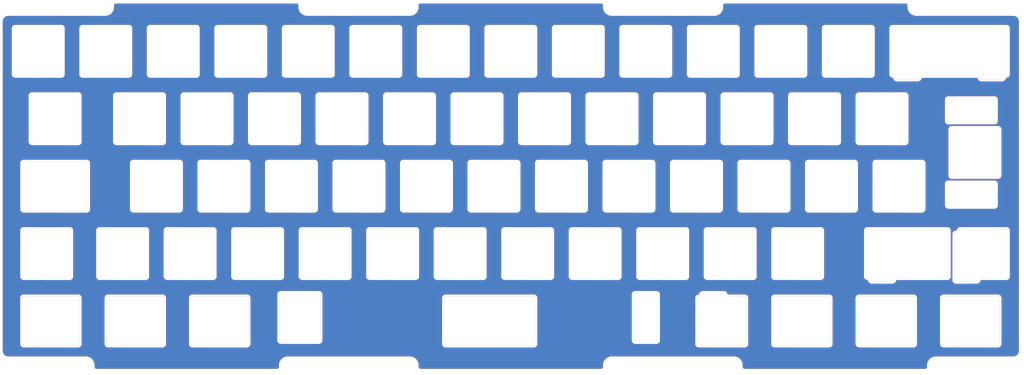
<source format=kicad_pcb>
(kicad_pcb (version 20200518) (host pcbnew "(5.99.0-1913-g40250c427)")
  (layers (0 "F.Cu" signal) (31 "B.Cu" signal) (34 "B.Paste" user) (35 "F.Paste" user) (36 "B.SilkS" user) (37 "F.SilkS" user) (38 "B.Mask" user) (39 "F.Mask" user) (44 "Edge.Cuts" user))
  (net 0 "")
  (module "acheron_MX_PlateSlots:MX100" (layer "F.Cu") (at 263.54425 83.4)
    (fp_text reference "REF**")
    (fp_text value "MX100")
    (fp_arc (start 6.5 6.5) (end 6.5 7) (angle -90) (layer "Edge.Cuts") (width 0.010007))
    (fp_line (start -7 -6.5) (end -7 6.490924) (layer "Edge.Cuts") (width 0.010007))
    (fp_arc (start 6.5 -6.5) (end 7 -6.5) (angle -90) (layer "Edge.Cuts") (width 0.010007))
    (fp_arc (start -6.5 -6.5) (end -6.5 -7) (angle -90) (layer "Edge.Cuts") (width 0.010007))
    (fp_line (start -6.5 6.990924) (end 6.5 7) (layer "Edge.Cuts") (width 0.010007))
    (fp_arc (start -6.5 6.490924) (end -7 6.490924) (angle -90) (layer "Edge.Cuts") (width 0.010007))
    (fp_line (start -6.5 -7) (end 6.5 -7) (layer "Edge.Cuts") (width 0.010007))
    (fp_line (start 7 -6.5) (end 7 6.5) (layer "Edge.Cuts") (width 0.010007))
  )
  (module "acheron_MX_PlateSlots:MX_ISO_Enter" (layer "F.Cu") (at 284.9755 73.875)
    (fp_text reference "REF**")
    (fp_text value "MX_ISO_Enter")
    (fp_line (start 6.499992 6.999672) (end -6.500007 6.999672) (layer "Edge.Cuts") (width 0.010007))
    (fp_arc (start -7.500008 -8.90625) (end -8.000008 -8.90625) (angle -90) (layer "Edge.Cuts") (width 0.010007))
    (fp_arc (start -7.500008 -14.90625) (end -7.500008 -15.40625) (angle -90) (layer "Edge.Cuts") (width 0.010007))
    (fp_arc (start 5.5 -8.90625) (end 5.5 -8.40625) (angle -90) (layer "Edge.Cuts") (width 0.010007))
    (fp_arc (start 5.5 -14.90625) (end 6 -14.90625) (angle -90) (layer "Edge.Cuts") (width 0.010007))
    (fp_arc (start -7.500008 8.90625) (end -7.500008 8.40625) (angle -90) (layer "Edge.Cuts") (width 0.010007))
    (fp_arc (start 5.5 14.90625) (end 5.5 15.40625) (angle -90) (layer "Edge.Cuts") (width 0.010007))
    (fp_arc (start 5.5 8.90625) (end 6 8.90625) (angle -90) (layer "Edge.Cuts") (width 0.010007))
    (fp_line (start 5.499992 15.40625) (end -7.500008 15.40625) (layer "Edge.Cuts") (width 0.010007))
    (fp_line (start 5.499992 8.40625) (end -7.5 8.40625) (layer "Edge.Cuts") (width 0.010007))
    (fp_line (start 5.499992 -8.40625) (end -7.5 -8.40625) (layer "Edge.Cuts") (width 0.010007))
    (fp_line (start 5.499992 -15.40625) (end -7.500008 -15.40625) (layer "Edge.Cuts") (width 0.010007))
    (fp_line (start -8.000008 -14.90625) (end -8.000008 -8.90625) (layer "Edge.Cuts") (width 0.010007))
    (fp_line (start 6 -14.90625) (end 5.999992 -8.90625) (layer "Edge.Cuts") (width 0.010007))
    (fp_arc (start -7.500008 14.90625) (end -8.000008 14.90625) (angle -90) (layer "Edge.Cuts") (width 0.010007))
    (fp_line (start -8.000008 8.90625) (end -8.000008 14.90625) (layer "Edge.Cuts") (width 0.010007))
    (fp_line (start 5.999992 8.90625) (end 5.999992 14.90625) (layer "Edge.Cuts") (width 0.010007))
    (fp_arc (start -6.500007 6.499672) (end -7.000007 6.499672) (angle -90) (layer "Edge.Cuts") (width 0.010007))
    (fp_line (start 7 -6.5) (end 7 6.5) (layer "Edge.Cuts") (width 0.010007))
    (fp_arc (start -6.5 -6.5) (end -6.5 -7) (angle -90) (layer "Edge.Cuts") (width 0.010007))
    (fp_line (start -7 -6.5) (end -7 6.5) (layer "Edge.Cuts") (width 0.010007))
    (fp_arc (start 6.5 -6.5) (end 7 -6.5) (angle -90) (layer "Edge.Cuts") (width 0.010007))
    (fp_arc (start 6.5 6.5) (end 6.5 7) (angle -90) (layer "Edge.Cuts") (width 0.010007))
    (fp_line (start 6.5 -7) (end -6.5 -7) (layer "Edge.Cuts") (width 0.010007))
  )
  (module "acheron_MX_PlateSlots:MX100" (layer "F.Cu") (at 44.46925 102.45)
    (fp_text reference "REF**")
    (fp_text value "MX100")
    (fp_line (start 7 -6.5) (end 7 6.5) (layer "Edge.Cuts") (width 0.010007))
    (fp_line (start -6.5 -7) (end 6.5 -7) (layer "Edge.Cuts") (width 0.010007))
    (fp_arc (start -6.5 6.490924) (end -7 6.490924) (angle -90) (layer "Edge.Cuts") (width 0.010007))
    (fp_line (start -6.5 6.990924) (end 6.5 7) (layer "Edge.Cuts") (width 0.010007))
    (fp_arc (start -6.5 -6.5) (end -6.5 -7) (angle -90) (layer "Edge.Cuts") (width 0.010007))
    (fp_arc (start 6.5 -6.5) (end 7 -6.5) (angle -90) (layer "Edge.Cuts") (width 0.010007))
    (fp_line (start -7 -6.5) (end -7 6.490924) (layer "Edge.Cuts") (width 0.010007))
    (fp_arc (start 6.5 6.5) (end 6.5 7) (angle -90) (layer "Edge.Cuts") (width 0.010007))
  )
  (module "acheron_MX_PlateSlots:MX125" (layer "F.Cu") (at 23.038 102.45)
    (fp_text reference "REF**")
    (fp_text value "MX125")
    (fp_line (start 7 -6.5) (end 7 6.5) (layer "Edge.Cuts") (width 0.010007))
    (fp_line (start -6.5 -7) (end 6.5 -7) (layer "Edge.Cuts") (width 0.010007))
    (fp_arc (start -6.5 6.490924) (end -7 6.490924) (angle -90) (layer "Edge.Cuts") (width 0.010007))
    (fp_line (start -6.5 6.990924) (end 6.5 7) (layer "Edge.Cuts") (width 0.010007))
    (fp_arc (start -6.5 -6.5) (end -6.5 -7) (angle -90) (layer "Edge.Cuts") (width 0.010007))
    (fp_arc (start 6.5 -6.5) (end 7 -6.5) (angle -90) (layer "Edge.Cuts") (width 0.010007))
    (fp_line (start -7 -6.5) (end -7 6.490924) (layer "Edge.Cuts") (width 0.010007))
    (fp_arc (start 6.5 6.5) (end 6.5 7) (angle -90) (layer "Edge.Cuts") (width 0.010007))
  )
  (module "acheron_MX_PlateSlots:MX100" (layer "F.Cu") (at 234.96925 102.45)
    (fp_text reference "REF**")
    (fp_text value "MX100")
    (fp_arc (start 6.5 6.5) (end 6.5 7) (angle -90) (layer "Edge.Cuts") (width 0.010007))
    (fp_line (start -7 -6.5) (end -7 6.490924) (layer "Edge.Cuts") (width 0.010007))
    (fp_arc (start 6.5 -6.5) (end 7 -6.5) (angle -90) (layer "Edge.Cuts") (width 0.010007))
    (fp_arc (start -6.5 -6.5) (end -6.5 -7) (angle -90) (layer "Edge.Cuts") (width 0.010007))
    (fp_line (start -6.5 6.990924) (end 6.5 7) (layer "Edge.Cuts") (width 0.010007))
    (fp_arc (start -6.5 6.490924) (end -7 6.490924) (angle -90) (layer "Edge.Cuts") (width 0.010007))
    (fp_line (start -6.5 -7) (end 6.5 -7) (layer "Edge.Cuts") (width 0.010007))
    (fp_line (start 7 -6.5) (end 7 6.5) (layer "Edge.Cuts") (width 0.010007))
  )
  (module "acheron_MX_PlateSlots:MX100" (layer "F.Cu") (at 215.91925 102.45)
    (fp_text reference "REF**")
    (fp_text value "MX100")
    (fp_line (start 7 -6.5) (end 7 6.5) (layer "Edge.Cuts") (width 0.010007))
    (fp_line (start -6.5 -7) (end 6.5 -7) (layer "Edge.Cuts") (width 0.010007))
    (fp_arc (start -6.5 6.490924) (end -7 6.490924) (angle -90) (layer "Edge.Cuts") (width 0.010007))
    (fp_line (start -6.5 6.990924) (end 6.5 7) (layer "Edge.Cuts") (width 0.010007))
    (fp_arc (start -6.5 -6.5) (end -6.5 -7) (angle -90) (layer "Edge.Cuts") (width 0.010007))
    (fp_arc (start 6.5 -6.5) (end 7 -6.5) (angle -90) (layer "Edge.Cuts") (width 0.010007))
    (fp_line (start -7 -6.5) (end -7 6.490924) (layer "Edge.Cuts") (width 0.010007))
    (fp_arc (start 6.5 6.5) (end 6.5 7) (angle -90) (layer "Edge.Cuts") (width 0.010007))
  )
  (module "acheron_MX_PlateSlots:MX100" (layer "F.Cu") (at 196.86925 102.45)
    (fp_text reference "REF**")
    (fp_text value "MX100")
    (fp_line (start 7 -6.5) (end 7 6.5) (layer "Edge.Cuts") (width 0.010007))
    (fp_line (start -6.5 -7) (end 6.5 -7) (layer "Edge.Cuts") (width 0.010007))
    (fp_arc (start -6.5 6.490924) (end -7 6.490924) (angle -90) (layer "Edge.Cuts") (width 0.010007))
    (fp_line (start -6.5 6.990924) (end 6.5 7) (layer "Edge.Cuts") (width 0.010007))
    (fp_arc (start -6.5 -6.5) (end -6.5 -7) (angle -90) (layer "Edge.Cuts") (width 0.010007))
    (fp_arc (start 6.5 -6.5) (end 7 -6.5) (angle -90) (layer "Edge.Cuts") (width 0.010007))
    (fp_line (start -7 -6.5) (end -7 6.490924) (layer "Edge.Cuts") (width 0.010007))
    (fp_arc (start 6.5 6.5) (end 6.5 7) (angle -90) (layer "Edge.Cuts") (width 0.010007))
  )
  (module "acheron_MX_PlateSlots:MX100" (layer "F.Cu") (at 120.66925 102.45)
    (fp_text reference "REF**")
    (fp_text value "MX100")
    (fp_arc (start 6.5 6.5) (end 6.5 7) (angle -90) (layer "Edge.Cuts") (width 0.010007))
    (fp_line (start -7 -6.5) (end -7 6.490924) (layer "Edge.Cuts") (width 0.010007))
    (fp_arc (start 6.5 -6.5) (end 7 -6.5) (angle -90) (layer "Edge.Cuts") (width 0.010007))
    (fp_arc (start -6.5 -6.5) (end -6.5 -7) (angle -90) (layer "Edge.Cuts") (width 0.010007))
    (fp_line (start -6.5 6.990924) (end 6.5 7) (layer "Edge.Cuts") (width 0.010007))
    (fp_arc (start -6.5 6.490924) (end -7 6.490924) (angle -90) (layer "Edge.Cuts") (width 0.010007))
    (fp_line (start -6.5 -7) (end 6.5 -7) (layer "Edge.Cuts") (width 0.010007))
    (fp_line (start 7 -6.5) (end 7 6.5) (layer "Edge.Cuts") (width 0.010007))
  )
  (module "acheron_MX_PlateSlots:MX100" (layer "F.Cu") (at 82.56925 102.45)
    (fp_text reference "REF**")
    (fp_text value "MX100")
    (fp_line (start 7 -6.5) (end 7 6.5) (layer "Edge.Cuts") (width 0.010007))
    (fp_line (start -6.5 -7) (end 6.5 -7) (layer "Edge.Cuts") (width 0.010007))
    (fp_arc (start -6.5 6.490924) (end -7 6.490924) (angle -90) (layer "Edge.Cuts") (width 0.010007))
    (fp_line (start -6.5 6.990924) (end 6.5 7) (layer "Edge.Cuts") (width 0.010007))
    (fp_arc (start -6.5 -6.5) (end -6.5 -7) (angle -90) (layer "Edge.Cuts") (width 0.010007))
    (fp_arc (start 6.5 -6.5) (end 7 -6.5) (angle -90) (layer "Edge.Cuts") (width 0.010007))
    (fp_line (start -7 -6.5) (end -7 6.490924) (layer "Edge.Cuts") (width 0.010007))
    (fp_arc (start 6.5 6.5) (end 6.5 7) (angle -90) (layer "Edge.Cuts") (width 0.010007))
  )
  (module "acheron_MX_PlateSlots:MX100" (layer "F.Cu") (at 139.71925 102.45)
    (fp_text reference "REF**")
    (fp_text value "MX100")
    (fp_line (start 7 -6.5) (end 7 6.5) (layer "Edge.Cuts") (width 0.010007))
    (fp_line (start -6.5 -7) (end 6.5 -7) (layer "Edge.Cuts") (width 0.010007))
    (fp_arc (start -6.5 6.490924) (end -7 6.490924) (angle -90) (layer "Edge.Cuts") (width 0.010007))
    (fp_line (start -6.5 6.990924) (end 6.5 7) (layer "Edge.Cuts") (width 0.010007))
    (fp_arc (start -6.5 -6.5) (end -6.5 -7) (angle -90) (layer "Edge.Cuts") (width 0.010007))
    (fp_arc (start 6.5 -6.5) (end 7 -6.5) (angle -90) (layer "Edge.Cuts") (width 0.010007))
    (fp_line (start -7 -6.5) (end -7 6.490924) (layer "Edge.Cuts") (width 0.010007))
    (fp_arc (start 6.5 6.5) (end 6.5 7) (angle -90) (layer "Edge.Cuts") (width 0.010007))
  )
  (module "acheron_MX_PlateSlots:MX100" (layer "F.Cu") (at 177.81925 102.45)
    (fp_text reference "REF**")
    (fp_text value "MX100")
    (fp_line (start 7 -6.5) (end 7 6.5) (layer "Edge.Cuts") (width 0.010007))
    (fp_line (start -6.5 -7) (end 6.5 -7) (layer "Edge.Cuts") (width 0.010007))
    (fp_arc (start -6.5 6.490924) (end -7 6.490924) (angle -90) (layer "Edge.Cuts") (width 0.010007))
    (fp_line (start -6.5 6.990924) (end 6.5 7) (layer "Edge.Cuts") (width 0.010007))
    (fp_arc (start -6.5 -6.5) (end -6.5 -7) (angle -90) (layer "Edge.Cuts") (width 0.010007))
    (fp_arc (start 6.5 -6.5) (end 7 -6.5) (angle -90) (layer "Edge.Cuts") (width 0.010007))
    (fp_line (start -7 -6.5) (end -7 6.490924) (layer "Edge.Cuts") (width 0.010007))
    (fp_arc (start 6.5 6.5) (end 6.5 7) (angle -90) (layer "Edge.Cuts") (width 0.010007))
  )
  (module "acheron_MX_PlateSlots:MX100" (layer "F.Cu") (at 158.76925 102.45)
    (fp_text reference "REF**")
    (fp_text value "MX100")
    (fp_arc (start 6.5 6.5) (end 6.5 7) (angle -90) (layer "Edge.Cuts") (width 0.010007))
    (fp_line (start -7 -6.5) (end -7 6.490924) (layer "Edge.Cuts") (width 0.010007))
    (fp_arc (start 6.5 -6.5) (end 7 -6.5) (angle -90) (layer "Edge.Cuts") (width 0.010007))
    (fp_arc (start -6.5 -6.5) (end -6.5 -7) (angle -90) (layer "Edge.Cuts") (width 0.010007))
    (fp_line (start -6.5 6.990924) (end 6.5 7) (layer "Edge.Cuts") (width 0.010007))
    (fp_arc (start -6.5 6.490924) (end -7 6.490924) (angle -90) (layer "Edge.Cuts") (width 0.010007))
    (fp_line (start -6.5 -7) (end 6.5 -7) (layer "Edge.Cuts") (width 0.010007))
    (fp_line (start 7 -6.5) (end 7 6.5) (layer "Edge.Cuts") (width 0.010007))
  )
  (module "acheron_MX_PlateSlots:MX100" (layer "F.Cu") (at 101.61925 102.45)
    (fp_text reference "REF**")
    (fp_text value "MX100")
    (fp_arc (start 6.5 6.5) (end 6.5 7) (angle -90) (layer "Edge.Cuts") (width 0.010007))
    (fp_line (start -7 -6.5) (end -7 6.490924) (layer "Edge.Cuts") (width 0.010007))
    (fp_arc (start 6.5 -6.5) (end 7 -6.5) (angle -90) (layer "Edge.Cuts") (width 0.010007))
    (fp_arc (start -6.5 -6.5) (end -6.5 -7) (angle -90) (layer "Edge.Cuts") (width 0.010007))
    (fp_line (start -6.5 6.990924) (end 6.5 7) (layer "Edge.Cuts") (width 0.010007))
    (fp_arc (start -6.5 6.490924) (end -7 6.490924) (angle -90) (layer "Edge.Cuts") (width 0.010007))
    (fp_line (start -6.5 -7) (end 6.5 -7) (layer "Edge.Cuts") (width 0.010007))
    (fp_line (start 7 -6.5) (end 7 6.5) (layer "Edge.Cuts") (width 0.010007))
  )
  (module "acheron_MX_PlateSlots:MX100" (layer "F.Cu") (at 63.51925 102.45)
    (fp_text reference "REF**")
    (fp_text value "MX100")
    (fp_arc (start 6.5 6.5) (end 6.5 7) (angle -90) (layer "Edge.Cuts") (width 0.010007))
    (fp_line (start -7 -6.5) (end -7 6.490924) (layer "Edge.Cuts") (width 0.010007))
    (fp_arc (start 6.5 -6.5) (end 7 -6.5) (angle -90) (layer "Edge.Cuts") (width 0.010007))
    (fp_arc (start -6.5 -6.5) (end -6.5 -7) (angle -90) (layer "Edge.Cuts") (width 0.010007))
    (fp_line (start -6.5 6.990924) (end 6.5 7) (layer "Edge.Cuts") (width 0.010007))
    (fp_arc (start -6.5 6.490924) (end -7 6.490924) (angle -90) (layer "Edge.Cuts") (width 0.010007))
    (fp_line (start -6.5 -7) (end 6.5 -7) (layer "Edge.Cuts") (width 0.010007))
    (fp_line (start 7 -6.5) (end 7 6.5) (layer "Edge.Cuts") (width 0.010007))
  )
  (module "acheron_MX_PlateSlots:MX100" (layer "F.Cu") (at 149.24425 83.4)
    (fp_text reference "REF**")
    (fp_text value "MX100")
    (fp_line (start 7 -6.5) (end 7 6.5) (layer "Edge.Cuts") (width 0.010007))
    (fp_line (start -6.5 -7) (end 6.5 -7) (layer "Edge.Cuts") (width 0.010007))
    (fp_arc (start -6.5 6.490924) (end -7 6.490924) (angle -90) (layer "Edge.Cuts") (width 0.010007))
    (fp_line (start -6.5 6.990924) (end 6.5 7) (layer "Edge.Cuts") (width 0.010007))
    (fp_arc (start -6.5 -6.5) (end -6.5 -7) (angle -90) (layer "Edge.Cuts") (width 0.010007))
    (fp_arc (start 6.5 -6.5) (end 7 -6.5) (angle -90) (layer "Edge.Cuts") (width 0.010007))
    (fp_line (start -7 -6.5) (end -7 6.490924) (layer "Edge.Cuts") (width 0.010007))
    (fp_arc (start 6.5 6.5) (end 6.5 7) (angle -90) (layer "Edge.Cuts") (width 0.010007))
  )
  (module "acheron_MX_PlateSlots:MX100" (layer "F.Cu") (at 73.04425 83.4)
    (fp_text reference "REF**")
    (fp_text value "MX100")
    (fp_arc (start 6.5 6.5) (end 6.5 7) (angle -90) (layer "Edge.Cuts") (width 0.010007))
    (fp_line (start -7 -6.5) (end -7 6.490924) (layer "Edge.Cuts") (width 0.010007))
    (fp_arc (start 6.5 -6.5) (end 7 -6.5) (angle -90) (layer "Edge.Cuts") (width 0.010007))
    (fp_arc (start -6.5 -6.5) (end -6.5 -7) (angle -90) (layer "Edge.Cuts") (width 0.010007))
    (fp_line (start -6.5 6.990924) (end 6.5 7) (layer "Edge.Cuts") (width 0.010007))
    (fp_arc (start -6.5 6.490924) (end -7 6.490924) (angle -90) (layer "Edge.Cuts") (width 0.010007))
    (fp_line (start -6.5 -7) (end 6.5 -7) (layer "Edge.Cuts") (width 0.010007))
    (fp_line (start 7 -6.5) (end 7 6.5) (layer "Edge.Cuts") (width 0.010007))
  )
  (module "acheron_MX_PlateSlots:MX100" (layer "F.Cu") (at 53.99425 83.4)
    (fp_text reference "REF**")
    (fp_text value "MX100")
    (fp_line (start 7 -6.5) (end 7 6.5) (layer "Edge.Cuts") (width 0.010007))
    (fp_line (start -6.5 -7) (end 6.5 -7) (layer "Edge.Cuts") (width 0.010007))
    (fp_arc (start -6.5 6.490924) (end -7 6.490924) (angle -90) (layer "Edge.Cuts") (width 0.010007))
    (fp_line (start -6.5 6.990924) (end 6.5 7) (layer "Edge.Cuts") (width 0.010007))
    (fp_arc (start -6.5 -6.5) (end -6.5 -7) (angle -90) (layer "Edge.Cuts") (width 0.010007))
    (fp_arc (start 6.5 -6.5) (end 7 -6.5) (angle -90) (layer "Edge.Cuts") (width 0.010007))
    (fp_line (start -7 -6.5) (end -7 6.490924) (layer "Edge.Cuts") (width 0.010007))
    (fp_arc (start 6.5 6.5) (end 6.5 7) (angle -90) (layer "Edge.Cuts") (width 0.010007))
  )
  (module "acheron_MX_PlateSlots:MX100" (layer "F.Cu") (at 130.19425 83.4)
    (fp_text reference "REF**")
    (fp_text value "MX100")
    (fp_arc (start 6.5 6.5) (end 6.5 7) (angle -90) (layer "Edge.Cuts") (width 0.010007))
    (fp_line (start -7 -6.5) (end -7 6.490924) (layer "Edge.Cuts") (width 0.010007))
    (fp_arc (start 6.5 -6.5) (end 7 -6.5) (angle -90) (layer "Edge.Cuts") (width 0.010007))
    (fp_arc (start -6.5 -6.5) (end -6.5 -7) (angle -90) (layer "Edge.Cuts") (width 0.010007))
    (fp_line (start -6.5 6.990924) (end 6.5 7) (layer "Edge.Cuts") (width 0.010007))
    (fp_arc (start -6.5 6.490924) (end -7 6.490924) (angle -90) (layer "Edge.Cuts") (width 0.010007))
    (fp_line (start -6.5 -7) (end 6.5 -7) (layer "Edge.Cuts") (width 0.010007))
    (fp_line (start 7 -6.5) (end 7 6.5) (layer "Edge.Cuts") (width 0.010007))
  )
  (module "acheron_MX_PlateSlots:MX100" (layer "F.Cu") (at 111.14425 83.4)
    (fp_text reference "REF**")
    (fp_text value "MX100")
    (fp_line (start 7 -6.5) (end 7 6.5) (layer "Edge.Cuts") (width 0.010007))
    (fp_line (start -6.5 -7) (end 6.5 -7) (layer "Edge.Cuts") (width 0.010007))
    (fp_arc (start -6.5 6.490924) (end -7 6.490924) (angle -90) (layer "Edge.Cuts") (width 0.010007))
    (fp_line (start -6.5 6.990924) (end 6.5 7) (layer "Edge.Cuts") (width 0.010007))
    (fp_arc (start -6.5 -6.5) (end -6.5 -7) (angle -90) (layer "Edge.Cuts") (width 0.010007))
    (fp_arc (start 6.5 -6.5) (end 7 -6.5) (angle -90) (layer "Edge.Cuts") (width 0.010007))
    (fp_line (start -7 -6.5) (end -7 6.490924) (layer "Edge.Cuts") (width 0.010007))
    (fp_arc (start 6.5 6.5) (end 6.5 7) (angle -90) (layer "Edge.Cuts") (width 0.010007))
  )
  (module "acheron_MX_PlateSlots:MX100" (layer "F.Cu") (at 92.09425 83.4)
    (fp_text reference "REF**")
    (fp_text value "MX100")
    (fp_line (start 7 -6.5) (end 7 6.5) (layer "Edge.Cuts") (width 0.010007))
    (fp_line (start -6.5 -7) (end 6.5 -7) (layer "Edge.Cuts") (width 0.010007))
    (fp_arc (start -6.5 6.490924) (end -7 6.490924) (angle -90) (layer "Edge.Cuts") (width 0.010007))
    (fp_line (start -6.5 6.990924) (end 6.5 7) (layer "Edge.Cuts") (width 0.010007))
    (fp_arc (start -6.5 -6.5) (end -6.5 -7) (angle -90) (layer "Edge.Cuts") (width 0.010007))
    (fp_arc (start 6.5 -6.5) (end 7 -6.5) (angle -90) (layer "Edge.Cuts") (width 0.010007))
    (fp_line (start -7 -6.5) (end -7 6.490924) (layer "Edge.Cuts") (width 0.010007))
    (fp_arc (start 6.5 6.5) (end 6.5 7) (angle -90) (layer "Edge.Cuts") (width 0.010007))
  )
  (module "acheron_MX_PlateSlots:MX100" (layer "F.Cu") (at 225.44425 83.4)
    (fp_text reference "REF**")
    (fp_text value "MX100")
    (fp_arc (start 6.5 6.5) (end 6.5 7) (angle -90) (layer "Edge.Cuts") (width 0.010007))
    (fp_line (start -7 -6.5) (end -7 6.490924) (layer "Edge.Cuts") (width 0.010007))
    (fp_arc (start 6.5 -6.5) (end 7 -6.5) (angle -90) (layer "Edge.Cuts") (width 0.010007))
    (fp_arc (start -6.5 -6.5) (end -6.5 -7) (angle -90) (layer "Edge.Cuts") (width 0.010007))
    (fp_line (start -6.5 6.990924) (end 6.5 7) (layer "Edge.Cuts") (width 0.010007))
    (fp_arc (start -6.5 6.490924) (end -7 6.490924) (angle -90) (layer "Edge.Cuts") (width 0.010007))
    (fp_line (start -6.5 -7) (end 6.5 -7) (layer "Edge.Cuts") (width 0.010007))
    (fp_line (start 7 -6.5) (end 7 6.5) (layer "Edge.Cuts") (width 0.010007))
  )
  (module "acheron_MX_PlateSlots:MX100" (layer "F.Cu") (at 187.34425 83.4)
    (fp_text reference "REF**")
    (fp_text value "MX100")
    (fp_line (start 7 -6.5) (end 7 6.5) (layer "Edge.Cuts") (width 0.010007))
    (fp_line (start -6.5 -7) (end 6.5 -7) (layer "Edge.Cuts") (width 0.010007))
    (fp_arc (start -6.5 6.490924) (end -7 6.490924) (angle -90) (layer "Edge.Cuts") (width 0.010007))
    (fp_line (start -6.5 6.990924) (end 6.5 7) (layer "Edge.Cuts") (width 0.010007))
    (fp_arc (start -6.5 -6.5) (end -6.5 -7) (angle -90) (layer "Edge.Cuts") (width 0.010007))
    (fp_arc (start 6.5 -6.5) (end 7 -6.5) (angle -90) (layer "Edge.Cuts") (width 0.010007))
    (fp_line (start -7 -6.5) (end -7 6.490924) (layer "Edge.Cuts") (width 0.010007))
    (fp_arc (start 6.5 6.5) (end 6.5 7) (angle -90) (layer "Edge.Cuts") (width 0.010007))
  )
  (module "acheron_MX_PlateSlots:MX100" (layer "F.Cu") (at 244.49425 83.4)
    (fp_text reference "REF**")
    (fp_text value "MX100")
    (fp_line (start 7 -6.5) (end 7 6.5) (layer "Edge.Cuts") (width 0.010007))
    (fp_line (start -6.5 -7) (end 6.5 -7) (layer "Edge.Cuts") (width 0.010007))
    (fp_arc (start -6.5 6.490924) (end -7 6.490924) (angle -90) (layer "Edge.Cuts") (width 0.010007))
    (fp_line (start -6.5 6.990924) (end 6.5 7) (layer "Edge.Cuts") (width 0.010007))
    (fp_arc (start -6.5 -6.5) (end -6.5 -7) (angle -90) (layer "Edge.Cuts") (width 0.010007))
    (fp_arc (start 6.5 -6.5) (end 7 -6.5) (angle -90) (layer "Edge.Cuts") (width 0.010007))
    (fp_line (start -7 -6.5) (end -7 6.490924) (layer "Edge.Cuts") (width 0.010007))
    (fp_arc (start 6.5 6.5) (end 6.5 7) (angle -90) (layer "Edge.Cuts") (width 0.010007))
  )
  (module "acheron_MX_PlateSlots:MX100" (layer "F.Cu") (at 206.39425 83.4)
    (fp_text reference "REF**")
    (fp_text value "MX100")
    (fp_arc (start 6.5 6.5) (end 6.5 7) (angle -90) (layer "Edge.Cuts") (width 0.010007))
    (fp_line (start -7 -6.5) (end -7 6.490924) (layer "Edge.Cuts") (width 0.010007))
    (fp_arc (start 6.5 -6.5) (end 7 -6.5) (angle -90) (layer "Edge.Cuts") (width 0.010007))
    (fp_arc (start -6.5 -6.5) (end -6.5 -7) (angle -90) (layer "Edge.Cuts") (width 0.010007))
    (fp_line (start -6.5 6.990924) (end 6.5 7) (layer "Edge.Cuts") (width 0.010007))
    (fp_arc (start -6.5 6.490924) (end -7 6.490924) (angle -90) (layer "Edge.Cuts") (width 0.010007))
    (fp_line (start -6.5 -7) (end 6.5 -7) (layer "Edge.Cuts") (width 0.010007))
    (fp_line (start 7 -6.5) (end 7 6.5) (layer "Edge.Cuts") (width 0.010007))
  )
  (module "acheron_MX_PlateSlots:MX100" (layer "F.Cu") (at 168.29425 83.4)
    (fp_text reference "REF**")
    (fp_text value "MX100")
    (fp_arc (start 6.5 6.5) (end 6.5 7) (angle -90) (layer "Edge.Cuts") (width 0.010007))
    (fp_line (start -7 -6.5) (end -7 6.490924) (layer "Edge.Cuts") (width 0.010007))
    (fp_arc (start 6.5 -6.5) (end 7 -6.5) (angle -90) (layer "Edge.Cuts") (width 0.010007))
    (fp_arc (start -6.5 -6.5) (end -6.5 -7) (angle -90) (layer "Edge.Cuts") (width 0.010007))
    (fp_line (start -6.5 6.990924) (end 6.5 7) (layer "Edge.Cuts") (width 0.010007))
    (fp_arc (start -6.5 6.490924) (end -7 6.490924) (angle -90) (layer "Edge.Cuts") (width 0.010007))
    (fp_line (start -6.5 -7) (end 6.5 -7) (layer "Edge.Cuts") (width 0.010007))
    (fp_line (start 7 -6.5) (end 7 6.5) (layer "Edge.Cuts") (width 0.010007))
  )
  (module "acheron_MX_PlateSlots:MX100" (layer "F.Cu") (at 258.78175 64.35)
    (fp_text reference "REF**")
    (fp_text value "MX100")
    (fp_arc (start 6.5 6.5) (end 6.5 7) (angle -90) (layer "Edge.Cuts") (width 0.010007))
    (fp_line (start -7 -6.5) (end -7 6.490924) (layer "Edge.Cuts") (width 0.010007))
    (fp_arc (start 6.5 -6.5) (end 7 -6.5) (angle -90) (layer "Edge.Cuts") (width 0.010007))
    (fp_arc (start -6.5 -6.5) (end -6.5 -7) (angle -90) (layer "Edge.Cuts") (width 0.010007))
    (fp_line (start -6.5 6.990924) (end 6.5 7) (layer "Edge.Cuts") (width 0.010007))
    (fp_arc (start -6.5 6.490924) (end -7 6.490924) (angle -90) (layer "Edge.Cuts") (width 0.010007))
    (fp_line (start -6.5 -7) (end 6.5 -7) (layer "Edge.Cuts") (width 0.010007))
    (fp_line (start 7 -6.5) (end 7 6.5) (layer "Edge.Cuts") (width 0.010007))
  )
  (module "acheron_MX_PlateSlots:MX100" (layer "F.Cu") (at 106.38175 64.35)
    (fp_text reference "REF**")
    (fp_text value "MX100")
    (fp_arc (start 6.5 6.5) (end 6.5 7) (angle -90) (layer "Edge.Cuts") (width 0.010007))
    (fp_line (start -7 -6.5) (end -7 6.490924) (layer "Edge.Cuts") (width 0.010007))
    (fp_arc (start 6.5 -6.5) (end 7 -6.5) (angle -90) (layer "Edge.Cuts") (width 0.010007))
    (fp_arc (start -6.5 -6.5) (end -6.5 -7) (angle -90) (layer "Edge.Cuts") (width 0.010007))
    (fp_line (start -6.5 6.990924) (end 6.5 7) (layer "Edge.Cuts") (width 0.010007))
    (fp_arc (start -6.5 6.490924) (end -7 6.490924) (angle -90) (layer "Edge.Cuts") (width 0.010007))
    (fp_line (start -6.5 -7) (end 6.5 -7) (layer "Edge.Cuts") (width 0.010007))
    (fp_line (start 7 -6.5) (end 7 6.5) (layer "Edge.Cuts") (width 0.010007))
  )
  (module "acheron_MX_PlateSlots:MX100" (layer "F.Cu") (at 220.68175 64.35)
    (fp_text reference "REF**")
    (fp_text value "MX100")
    (fp_line (start 7 -6.5) (end 7 6.5) (layer "Edge.Cuts") (width 0.010007))
    (fp_line (start -6.5 -7) (end 6.5 -7) (layer "Edge.Cuts") (width 0.010007))
    (fp_arc (start -6.5 6.490924) (end -7 6.490924) (angle -90) (layer "Edge.Cuts") (width 0.010007))
    (fp_line (start -6.5 6.990924) (end 6.5 7) (layer "Edge.Cuts") (width 0.010007))
    (fp_arc (start -6.5 -6.5) (end -6.5 -7) (angle -90) (layer "Edge.Cuts") (width 0.010007))
    (fp_arc (start 6.5 -6.5) (end 7 -6.5) (angle -90) (layer "Edge.Cuts") (width 0.010007))
    (fp_line (start -7 -6.5) (end -7 6.490924) (layer "Edge.Cuts") (width 0.010007))
    (fp_arc (start 6.5 6.5) (end 6.5 7) (angle -90) (layer "Edge.Cuts") (width 0.010007))
  )
  (module "acheron_MX_PlateSlots:MX100" (layer "F.Cu") (at 182.58175 64.35)
    (fp_text reference "REF**")
    (fp_text value "MX100")
    (fp_line (start 7 -6.5) (end 7 6.5) (layer "Edge.Cuts") (width 0.010007))
    (fp_line (start -6.5 -7) (end 6.5 -7) (layer "Edge.Cuts") (width 0.010007))
    (fp_arc (start -6.5 6.490924) (end -7 6.490924) (angle -90) (layer "Edge.Cuts") (width 0.010007))
    (fp_line (start -6.5 6.990924) (end 6.5 7) (layer "Edge.Cuts") (width 0.010007))
    (fp_arc (start -6.5 -6.5) (end -6.5 -7) (angle -90) (layer "Edge.Cuts") (width 0.010007))
    (fp_arc (start 6.5 -6.5) (end 7 -6.5) (angle -90) (layer "Edge.Cuts") (width 0.010007))
    (fp_line (start -7 -6.5) (end -7 6.490924) (layer "Edge.Cuts") (width 0.010007))
    (fp_arc (start 6.5 6.5) (end 6.5 7) (angle -90) (layer "Edge.Cuts") (width 0.010007))
  )
  (module "acheron_MX_PlateSlots:MX100" (layer "F.Cu") (at 125.43175 64.35)
    (fp_text reference "REF**")
    (fp_text value "MX100")
    (fp_line (start 7 -6.5) (end 7 6.5) (layer "Edge.Cuts") (width 0.010007))
    (fp_line (start -6.5 -7) (end 6.5 -7) (layer "Edge.Cuts") (width 0.010007))
    (fp_arc (start -6.5 6.490924) (end -7 6.490924) (angle -90) (layer "Edge.Cuts") (width 0.010007))
    (fp_line (start -6.5 6.990924) (end 6.5 7) (layer "Edge.Cuts") (width 0.010007))
    (fp_arc (start -6.5 -6.5) (end -6.5 -7) (angle -90) (layer "Edge.Cuts") (width 0.010007))
    (fp_arc (start 6.5 -6.5) (end 7 -6.5) (angle -90) (layer "Edge.Cuts") (width 0.010007))
    (fp_line (start -7 -6.5) (end -7 6.490924) (layer "Edge.Cuts") (width 0.010007))
    (fp_arc (start 6.5 6.5) (end 6.5 7) (angle -90) (layer "Edge.Cuts") (width 0.010007))
  )
  (module "acheron_MX_PlateSlots:MX100" (layer "F.Cu") (at 68.28175 64.35)
    (fp_text reference "REF**")
    (fp_text value "MX100")
    (fp_line (start 7 -6.5) (end 7 6.5) (layer "Edge.Cuts") (width 0.010007))
    (fp_line (start -6.5 -7) (end 6.5 -7) (layer "Edge.Cuts") (width 0.010007))
    (fp_arc (start -6.5 6.490924) (end -7 6.490924) (angle -90) (layer "Edge.Cuts") (width 0.010007))
    (fp_line (start -6.5 6.990924) (end 6.5 7) (layer "Edge.Cuts") (width 0.010007))
    (fp_arc (start -6.5 -6.5) (end -6.5 -7) (angle -90) (layer "Edge.Cuts") (width 0.010007))
    (fp_arc (start 6.5 -6.5) (end 7 -6.5) (angle -90) (layer "Edge.Cuts") (width 0.010007))
    (fp_line (start -7 -6.5) (end -7 6.490924) (layer "Edge.Cuts") (width 0.010007))
    (fp_arc (start 6.5 6.5) (end 6.5 7) (angle -90) (layer "Edge.Cuts") (width 0.010007))
  )
  (module "acheron_MX_PlateSlots:MX100" (layer "F.Cu") (at 201.63175 64.35)
    (fp_text reference "REF**")
    (fp_text value "MX100")
    (fp_arc (start 6.5 6.5) (end 6.5 7) (angle -90) (layer "Edge.Cuts") (width 0.010007))
    (fp_line (start -7 -6.5) (end -7 6.490924) (layer "Edge.Cuts") (width 0.010007))
    (fp_arc (start 6.5 -6.5) (end 7 -6.5) (angle -90) (layer "Edge.Cuts") (width 0.010007))
    (fp_arc (start -6.5 -6.5) (end -6.5 -7) (angle -90) (layer "Edge.Cuts") (width 0.010007))
    (fp_line (start -6.5 6.990924) (end 6.5 7) (layer "Edge.Cuts") (width 0.010007))
    (fp_arc (start -6.5 6.490924) (end -7 6.490924) (angle -90) (layer "Edge.Cuts") (width 0.010007))
    (fp_line (start -6.5 -7) (end 6.5 -7) (layer "Edge.Cuts") (width 0.010007))
    (fp_line (start 7 -6.5) (end 7 6.5) (layer "Edge.Cuts") (width 0.010007))
  )
  (module "acheron_MX_PlateSlots:MX100" (layer "F.Cu") (at 163.53175 64.35)
    (fp_text reference "REF**")
    (fp_text value "MX100")
    (fp_arc (start 6.5 6.5) (end 6.5 7) (angle -90) (layer "Edge.Cuts") (width 0.010007))
    (fp_line (start -7 -6.5) (end -7 6.490924) (layer "Edge.Cuts") (width 0.010007))
    (fp_arc (start 6.5 -6.5) (end 7 -6.5) (angle -90) (layer "Edge.Cuts") (width 0.010007))
    (fp_arc (start -6.5 -6.5) (end -6.5 -7) (angle -90) (layer "Edge.Cuts") (width 0.010007))
    (fp_line (start -6.5 6.990924) (end 6.5 7) (layer "Edge.Cuts") (width 0.010007))
    (fp_arc (start -6.5 6.490924) (end -7 6.490924) (angle -90) (layer "Edge.Cuts") (width 0.010007))
    (fp_line (start -6.5 -7) (end 6.5 -7) (layer "Edge.Cuts") (width 0.010007))
    (fp_line (start 7 -6.5) (end 7 6.5) (layer "Edge.Cuts") (width 0.010007))
  )
  (module "acheron_MX_PlateSlots:MX100" (layer "F.Cu") (at 144.48175 64.35)
    (fp_text reference "REF**")
    (fp_text value "MX100")
    (fp_arc (start 6.5 6.5) (end 6.5 7) (angle -90) (layer "Edge.Cuts") (width 0.010007))
    (fp_line (start -7 -6.5) (end -7 6.490924) (layer "Edge.Cuts") (width 0.010007))
    (fp_arc (start 6.5 -6.5) (end 7 -6.5) (angle -90) (layer "Edge.Cuts") (width 0.010007))
    (fp_arc (start -6.5 -6.5) (end -6.5 -7) (angle -90) (layer "Edge.Cuts") (width 0.010007))
    (fp_line (start -6.5 6.990924) (end 6.5 7) (layer "Edge.Cuts") (width 0.010007))
    (fp_arc (start -6.5 6.490924) (end -7 6.490924) (angle -90) (layer "Edge.Cuts") (width 0.010007))
    (fp_line (start -6.5 -7) (end 6.5 -7) (layer "Edge.Cuts") (width 0.010007))
    (fp_line (start 7 -6.5) (end 7 6.5) (layer "Edge.Cuts") (width 0.010007))
  )
  (module "acheron_MX_PlateSlots:MX100" (layer "F.Cu") (at 49.23175 64.35)
    (fp_text reference "REF**")
    (fp_text value "MX100")
    (fp_arc (start 6.5 6.5) (end 6.5 7) (angle -90) (layer "Edge.Cuts") (width 0.010007))
    (fp_line (start -7 -6.5) (end -7 6.490924) (layer "Edge.Cuts") (width 0.010007))
    (fp_arc (start 6.5 -6.5) (end 7 -6.5) (angle -90) (layer "Edge.Cuts") (width 0.010007))
    (fp_arc (start -6.5 -6.5) (end -6.5 -7) (angle -90) (layer "Edge.Cuts") (width 0.010007))
    (fp_line (start -6.5 6.990924) (end 6.5 7) (layer "Edge.Cuts") (width 0.010007))
    (fp_arc (start -6.5 6.490924) (end -7 6.490924) (angle -90) (layer "Edge.Cuts") (width 0.010007))
    (fp_line (start -6.5 -7) (end 6.5 -7) (layer "Edge.Cuts") (width 0.010007))
    (fp_line (start 7 -6.5) (end 7 6.5) (layer "Edge.Cuts") (width 0.010007))
  )
  (module "acheron_MX_PlateSlots:MX100" (layer "F.Cu") (at 239.73175 64.35)
    (fp_text reference "REF**")
    (fp_text value "MX100")
    (fp_line (start 7 -6.5) (end 7 6.5) (layer "Edge.Cuts") (width 0.010007))
    (fp_line (start -6.5 -7) (end 6.5 -7) (layer "Edge.Cuts") (width 0.010007))
    (fp_arc (start -6.5 6.490924) (end -7 6.490924) (angle -90) (layer "Edge.Cuts") (width 0.010007))
    (fp_line (start -6.5 6.990924) (end 6.5 7) (layer "Edge.Cuts") (width 0.010007))
    (fp_arc (start -6.5 -6.5) (end -6.5 -7) (angle -90) (layer "Edge.Cuts") (width 0.010007))
    (fp_arc (start 6.5 -6.5) (end 7 -6.5) (angle -90) (layer "Edge.Cuts") (width 0.010007))
    (fp_line (start -7 -6.5) (end -7 6.490924) (layer "Edge.Cuts") (width 0.010007))
    (fp_arc (start 6.5 6.5) (end 6.5 7) (angle -90) (layer "Edge.Cuts") (width 0.010007))
  )
  (module "acheron_MX_PlateSlots:MX100" (layer "F.Cu") (at 87.33175 64.35)
    (fp_text reference "REF**")
    (fp_text value "MX100")
    (fp_line (start 7 -6.5) (end 7 6.5) (layer "Edge.Cuts") (width 0.010007))
    (fp_line (start -6.5 -7) (end 6.5 -7) (layer "Edge.Cuts") (width 0.010007))
    (fp_arc (start -6.5 6.490924) (end -7 6.490924) (angle -90) (layer "Edge.Cuts") (width 0.010007))
    (fp_line (start -6.5 6.990924) (end 6.5 7) (layer "Edge.Cuts") (width 0.010007))
    (fp_arc (start -6.5 -6.5) (end -6.5 -7) (angle -90) (layer "Edge.Cuts") (width 0.010007))
    (fp_arc (start 6.5 -6.5) (end 7 -6.5) (angle -90) (layer "Edge.Cuts") (width 0.010007))
    (fp_line (start -7 -6.5) (end -7 6.490924) (layer "Edge.Cuts") (width 0.010007))
    (fp_arc (start 6.5 6.5) (end 6.5 7) (angle -90) (layer "Edge.Cuts") (width 0.010007))
  )
  (module "acheron_MX_PlateSlots:MX150" (layer "F.Cu") (at 25.41925 64.35)
    (fp_text reference "REF**")
    (fp_text value "MX150")
    (fp_line (start 7 -6.5) (end 7 6.5) (layer "Edge.Cuts") (width 0.010007))
    (fp_line (start -6.5 -7) (end 6.5 -7) (layer "Edge.Cuts") (width 0.010007))
    (fp_arc (start -6.5 6.490924) (end -7 6.490924) (angle -90) (layer "Edge.Cuts") (width 0.010007))
    (fp_line (start -6.5 6.990924) (end 6.5 7) (layer "Edge.Cuts") (width 0.010007))
    (fp_arc (start -6.5 -6.5) (end -6.5 -7) (angle -90) (layer "Edge.Cuts") (width 0.010007))
    (fp_arc (start 6.5 -6.5) (end 7 -6.5) (angle -90) (layer "Edge.Cuts") (width 0.010007))
    (fp_line (start -7 -6.5) (end -7 6.490924) (layer "Edge.Cuts") (width 0.010007))
    (fp_arc (start 6.5 6.5) (end 6.5 7) (angle -90) (layer "Edge.Cuts") (width 0.010007))
  )
  (module "acheron_MX_PlateSlots:MX100" (layer "F.Cu") (at 249.25675 45.3)
    (fp_text reference "REF**")
    (fp_text value "MX100")
    (fp_arc (start 6.5 6.5) (end 6.5 7) (angle -90) (layer "Edge.Cuts") (width 0.010007))
    (fp_line (start -7 -6.5) (end -7 6.490924) (layer "Edge.Cuts") (width 0.010007))
    (fp_arc (start 6.5 -6.5) (end 7 -6.5) (angle -90) (layer "Edge.Cuts") (width 0.010007))
    (fp_arc (start -6.5 -6.5) (end -6.5 -7) (angle -90) (layer "Edge.Cuts") (width 0.010007))
    (fp_line (start -6.5 6.990924) (end 6.5 7) (layer "Edge.Cuts") (width 0.010007))
    (fp_arc (start -6.5 6.490924) (end -7 6.490924) (angle -90) (layer "Edge.Cuts") (width 0.010007))
    (fp_line (start -6.5 -7) (end 6.5 -7) (layer "Edge.Cuts") (width 0.010007))
    (fp_line (start 7 -6.5) (end 7 6.5) (layer "Edge.Cuts") (width 0.010007))
  )
  (module "acheron_MX_PlateSlots:MX100" (layer "F.Cu") (at 230.20675 45.3)
    (fp_text reference "REF**")
    (fp_text value "MX100")
    (fp_line (start 7 -6.5) (end 7 6.5) (layer "Edge.Cuts") (width 0.010007))
    (fp_line (start -6.5 -7) (end 6.5 -7) (layer "Edge.Cuts") (width 0.010007))
    (fp_arc (start -6.5 6.490924) (end -7 6.490924) (angle -90) (layer "Edge.Cuts") (width 0.010007))
    (fp_line (start -6.5 6.990924) (end 6.5 7) (layer "Edge.Cuts") (width 0.010007))
    (fp_arc (start -6.5 -6.5) (end -6.5 -7) (angle -90) (layer "Edge.Cuts") (width 0.010007))
    (fp_arc (start 6.5 -6.5) (end 7 -6.5) (angle -90) (layer "Edge.Cuts") (width 0.010007))
    (fp_line (start -7 -6.5) (end -7 6.490924) (layer "Edge.Cuts") (width 0.010007))
    (fp_arc (start 6.5 6.5) (end 6.5 7) (angle -90) (layer "Edge.Cuts") (width 0.010007))
  )
  (module "acheron_MX_PlateSlots:MX100" (layer "F.Cu") (at 173.05675 45.3)
    (fp_text reference "REF**")
    (fp_text value "MX100")
    (fp_line (start 7 -6.5) (end 7 6.5) (layer "Edge.Cuts") (width 0.010007))
    (fp_line (start -6.5 -7) (end 6.5 -7) (layer "Edge.Cuts") (width 0.010007))
    (fp_arc (start -6.5 6.490924) (end -7 6.490924) (angle -90) (layer "Edge.Cuts") (width 0.010007))
    (fp_line (start -6.5 6.990924) (end 6.5 7) (layer "Edge.Cuts") (width 0.010007))
    (fp_arc (start -6.5 -6.5) (end -6.5 -7) (angle -90) (layer "Edge.Cuts") (width 0.010007))
    (fp_arc (start 6.5 -6.5) (end 7 -6.5) (angle -90) (layer "Edge.Cuts") (width 0.010007))
    (fp_line (start -7 -6.5) (end -7 6.490924) (layer "Edge.Cuts") (width 0.010007))
    (fp_arc (start 6.5 6.5) (end 6.5 7) (angle -90) (layer "Edge.Cuts") (width 0.010007))
  )
  (module "acheron_MX_PlateSlots:MX100" (layer "F.Cu") (at 211.15675 45.3)
    (fp_text reference "REF**")
    (fp_text value "MX100")
    (fp_arc (start 6.5 6.5) (end 6.5 7) (angle -90) (layer "Edge.Cuts") (width 0.010007))
    (fp_line (start -7 -6.5) (end -7 6.490924) (layer "Edge.Cuts") (width 0.010007))
    (fp_arc (start 6.5 -6.5) (end 7 -6.5) (angle -90) (layer "Edge.Cuts") (width 0.010007))
    (fp_arc (start -6.5 -6.5) (end -6.5 -7) (angle -90) (layer "Edge.Cuts") (width 0.010007))
    (fp_line (start -6.5 6.990924) (end 6.5 7) (layer "Edge.Cuts") (width 0.010007))
    (fp_arc (start -6.5 6.490924) (end -7 6.490924) (angle -90) (layer "Edge.Cuts") (width 0.010007))
    (fp_line (start -6.5 -7) (end 6.5 -7) (layer "Edge.Cuts") (width 0.010007))
    (fp_line (start 7 -6.5) (end 7 6.5) (layer "Edge.Cuts") (width 0.010007))
  )
  (module "acheron_MX_PlateSlots:MX100" (layer "F.Cu") (at 192.10675 45.3)
    (fp_text reference "REF**")
    (fp_text value "MX100")
    (fp_arc (start 6.5 6.5) (end 6.5 7) (angle -90) (layer "Edge.Cuts") (width 0.010007))
    (fp_line (start -7 -6.5) (end -7 6.490924) (layer "Edge.Cuts") (width 0.010007))
    (fp_arc (start 6.5 -6.5) (end 7 -6.5) (angle -90) (layer "Edge.Cuts") (width 0.010007))
    (fp_arc (start -6.5 -6.5) (end -6.5 -7) (angle -90) (layer "Edge.Cuts") (width 0.010007))
    (fp_line (start -6.5 6.990924) (end 6.5 7) (layer "Edge.Cuts") (width 0.010007))
    (fp_arc (start -6.5 6.490924) (end -7 6.490924) (angle -90) (layer "Edge.Cuts") (width 0.010007))
    (fp_line (start -6.5 -7) (end 6.5 -7) (layer "Edge.Cuts") (width 0.010007))
    (fp_line (start 7 -6.5) (end 7 6.5) (layer "Edge.Cuts") (width 0.010007))
  )
  (module "acheron_MX_PlateSlots:MX100" (layer "F.Cu") (at 154.00675 45.3)
    (fp_text reference "REF**")
    (fp_text value "MX100")
    (fp_arc (start 6.5 6.5) (end 6.5 7) (angle -90) (layer "Edge.Cuts") (width 0.010007))
    (fp_line (start -7 -6.5) (end -7 6.490924) (layer "Edge.Cuts") (width 0.010007))
    (fp_arc (start 6.5 -6.5) (end 7 -6.5) (angle -90) (layer "Edge.Cuts") (width 0.010007))
    (fp_arc (start -6.5 -6.5) (end -6.5 -7) (angle -90) (layer "Edge.Cuts") (width 0.010007))
    (fp_line (start -6.5 6.990924) (end 6.5 7) (layer "Edge.Cuts") (width 0.010007))
    (fp_arc (start -6.5 6.490924) (end -7 6.490924) (angle -90) (layer "Edge.Cuts") (width 0.010007))
    (fp_line (start -6.5 -7) (end 6.5 -7) (layer "Edge.Cuts") (width 0.010007))
    (fp_line (start 7 -6.5) (end 7 6.5) (layer "Edge.Cuts") (width 0.010007))
  )
  (module "acheron_MX_PlateSlots:MX100" (layer "F.Cu") (at 115.90675 45.3)
    (fp_text reference "REF**")
    (fp_text value "MX100")
    (fp_line (start 7 -6.5) (end 7 6.5) (layer "Edge.Cuts") (width 0.010007))
    (fp_line (start -6.5 -7) (end 6.5 -7) (layer "Edge.Cuts") (width 0.010007))
    (fp_arc (start -6.5 6.490924) (end -7 6.490924) (angle -90) (layer "Edge.Cuts") (width 0.010007))
    (fp_line (start -6.5 6.990924) (end 6.5 7) (layer "Edge.Cuts") (width 0.010007))
    (fp_arc (start -6.5 -6.5) (end -6.5 -7) (angle -90) (layer "Edge.Cuts") (width 0.010007))
    (fp_arc (start 6.5 -6.5) (end 7 -6.5) (angle -90) (layer "Edge.Cuts") (width 0.010007))
    (fp_line (start -7 -6.5) (end -7 6.490924) (layer "Edge.Cuts") (width 0.010007))
    (fp_arc (start 6.5 6.5) (end 6.5 7) (angle -90) (layer "Edge.Cuts") (width 0.010007))
  )
  (module "acheron_MX_PlateSlots:MX100" (layer "F.Cu") (at 96.85675 45.3)
    (fp_text reference "REF**")
    (fp_text value "MX100")
    (fp_arc (start 6.5 6.5) (end 6.5 7) (angle -90) (layer "Edge.Cuts") (width 0.010007))
    (fp_line (start -7 -6.5) (end -7 6.490924) (layer "Edge.Cuts") (width 0.010007))
    (fp_arc (start 6.5 -6.5) (end 7 -6.5) (angle -90) (layer "Edge.Cuts") (width 0.010007))
    (fp_arc (start -6.5 -6.5) (end -6.5 -7) (angle -90) (layer "Edge.Cuts") (width 0.010007))
    (fp_line (start -6.5 6.990924) (end 6.5 7) (layer "Edge.Cuts") (width 0.010007))
    (fp_arc (start -6.5 6.490924) (end -7 6.490924) (angle -90) (layer "Edge.Cuts") (width 0.010007))
    (fp_line (start -6.5 -7) (end 6.5 -7) (layer "Edge.Cuts") (width 0.010007))
    (fp_line (start 7 -6.5) (end 7 6.5) (layer "Edge.Cuts") (width 0.010007))
  )
  (module "acheron_MX_PlateSlots:MX100" (layer "F.Cu") (at 134.95675 45.3)
    (fp_text reference "REF**")
    (fp_text value "MX100")
    (fp_line (start 7 -6.5) (end 7 6.5) (layer "Edge.Cuts") (width 0.010007))
    (fp_line (start -6.5 -7) (end 6.5 -7) (layer "Edge.Cuts") (width 0.010007))
    (fp_arc (start -6.5 6.490924) (end -7 6.490924) (angle -90) (layer "Edge.Cuts") (width 0.010007))
    (fp_line (start -6.5 6.990924) (end 6.5 7) (layer "Edge.Cuts") (width 0.010007))
    (fp_arc (start -6.5 -6.5) (end -6.5 -7) (angle -90) (layer "Edge.Cuts") (width 0.010007))
    (fp_arc (start 6.5 -6.5) (end 7 -6.5) (angle -90) (layer "Edge.Cuts") (width 0.010007))
    (fp_line (start -7 -6.5) (end -7 6.490924) (layer "Edge.Cuts") (width 0.010007))
    (fp_arc (start 6.5 6.5) (end 6.5 7) (angle -90) (layer "Edge.Cuts") (width 0.010007))
  )
  (module "acheron_MX_PlateSlots:MX100" (layer "F.Cu") (at 77.80675 45.3)
    (fp_text reference "REF**")
    (fp_text value "MX100")
    (fp_line (start 7 -6.5) (end 7 6.5) (layer "Edge.Cuts") (width 0.010007))
    (fp_line (start -6.5 -7) (end 6.5 -7) (layer "Edge.Cuts") (width 0.010007))
    (fp_arc (start -6.5 6.490924) (end -7 6.490924) (angle -90) (layer "Edge.Cuts") (width 0.010007))
    (fp_line (start -6.5 6.990924) (end 6.5 7) (layer "Edge.Cuts") (width 0.010007))
    (fp_arc (start -6.5 -6.5) (end -6.5 -7) (angle -90) (layer "Edge.Cuts") (width 0.010007))
    (fp_arc (start 6.5 -6.5) (end 7 -6.5) (angle -90) (layer "Edge.Cuts") (width 0.010007))
    (fp_line (start -7 -6.5) (end -7 6.490924) (layer "Edge.Cuts") (width 0.010007))
    (fp_arc (start 6.5 6.5) (end 6.5 7) (angle -90) (layer "Edge.Cuts") (width 0.010007))
  )
  (module "acheron_MX_PlateSlots:MX100" (layer "F.Cu") (at 58.75675 45.3)
    (fp_text reference "REF**")
    (fp_text value "MX100")
    (fp_arc (start 6.5 6.5) (end 6.5 7) (angle -90) (layer "Edge.Cuts") (width 0.010007))
    (fp_line (start -7 -6.5) (end -7 6.490924) (layer "Edge.Cuts") (width 0.010007))
    (fp_arc (start 6.5 -6.5) (end 7 -6.5) (angle -90) (layer "Edge.Cuts") (width 0.010007))
    (fp_arc (start -6.5 -6.5) (end -6.5 -7) (angle -90) (layer "Edge.Cuts") (width 0.010007))
    (fp_line (start -6.5 6.990924) (end 6.5 7) (layer "Edge.Cuts") (width 0.010007))
    (fp_arc (start -6.5 6.490924) (end -7 6.490924) (angle -90) (layer "Edge.Cuts") (width 0.010007))
    (fp_line (start -6.5 -7) (end 6.5 -7) (layer "Edge.Cuts") (width 0.010007))
    (fp_line (start 7 -6.5) (end 7 6.5) (layer "Edge.Cuts") (width 0.010007))
  )
  (module "acheron_MX_PlateSlots:MX100" (layer "F.Cu") (at 39.70675 45.3)
    (fp_text reference "REF**")
    (fp_text value "MX100")
    (fp_arc (start 6.5 6.5) (end 6.5 7) (angle -90) (layer "Edge.Cuts") (width 0.010007))
    (fp_line (start -7 -6.5) (end -7 6.490924) (layer "Edge.Cuts") (width 0.010007))
    (fp_arc (start 6.5 -6.5) (end 7 -6.5) (angle -90) (layer "Edge.Cuts") (width 0.010007))
    (fp_arc (start -6.5 -6.5) (end -6.5 -7) (angle -90) (layer "Edge.Cuts") (width 0.010007))
    (fp_line (start -6.5 6.990924) (end 6.5 7) (layer "Edge.Cuts") (width 0.010007))
    (fp_arc (start -6.5 6.490924) (end -7 6.490924) (angle -90) (layer "Edge.Cuts") (width 0.010007))
    (fp_line (start -6.5 -7) (end 6.5 -7) (layer "Edge.Cuts") (width 0.010007))
    (fp_line (start 7 -6.5) (end 7 6.5) (layer "Edge.Cuts") (width 0.010007))
  )
  (module "acheron_MX_PlateSlots:MX100" (layer "F.Cu") (at 20.65675 45.3)
    (fp_text reference "REF**")
    (fp_text value "MX100")
    (fp_line (start 7 -6.5) (end 7 6.5) (layer "Edge.Cuts") (width 0.010007))
    (fp_line (start -6.5 -7) (end 6.5 -7) (layer "Edge.Cuts") (width 0.010007))
    (fp_arc (start -6.5 6.490924) (end -7 6.490924) (angle -90) (layer "Edge.Cuts") (width 0.010007))
    (fp_line (start -6.5 6.990924) (end 6.5 7) (layer "Edge.Cuts") (width 0.010007))
    (fp_arc (start -6.5 -6.5) (end -6.5 -7) (angle -90) (layer "Edge.Cuts") (width 0.010007))
    (fp_arc (start 6.5 -6.5) (end 7 -6.5) (angle -90) (layer "Edge.Cuts") (width 0.010007))
    (fp_line (start -7 -6.5) (end -7 6.490924) (layer "Edge.Cuts") (width 0.010007))
    (fp_arc (start 6.5 6.5) (end 6.5 7) (angle -90) (layer "Edge.Cuts") (width 0.010007))
  )
  (gr_line (start 214.65675 113.999546) (end 214.65675 114.499546) (layer "Edge.Cuts") (width 0.05))
  (gr_line (start 220.038 114.5) (end 214.65675 114.499546) (layer "Edge.Cuts") (width 0.05))
  (gr_line (start 220.538 128) (end 220.538 115) (layer "Edge.Cuts") (width 0.05))
  (gr_line (start 207.038 128.490924) (end 220.038 128.5) (layer "Edge.Cuts") (width 0.05))
  (gr_line (start 206.538 115) (end 206.538 127.990924) (layer "Edge.Cuts") (width 0.05))
  (gr_line (start 208.15675 113.499546) (end 214.15675 113.499546) (layer "Edge.Cuts") (width 0.05))
  (gr_line (start 207.65675 113.999546) (end 207.65675 114.499546) (layer "Edge.Cuts") (width 0.05))
  (gr_line (start 207.038 114.5) (end 207.65675 114.5) (layer "Edge.Cuts") (width 0.05))
  (gr_arc (start 208.15675 113.999546) (end 208.15675 113.499546) (angle -90) (layer "Edge.Cuts") (width 0.05))
  (gr_arc (start 214.15675 113.999546) (end 214.65675 113.999546) (angle -90) (layer "Edge.Cuts") (width 0.05))
  (gr_arc (start 220.038 115) (end 220.538 115) (angle -90) (layer "Edge.Cuts") (width 0.05))
  (gr_arc (start 220.038 128) (end 220.038 128.5) (angle -90) (layer "Edge.Cuts") (width 0.05))
  (gr_arc (start 207.038 127.990924) (end 206.538 127.990924) (angle -90) (layer "Edge.Cuts") (width 0.05))
  (gr_arc (start 207.038 115) (end 207.038 114.5) (angle -90) (layer "Edge.Cuts") (width 0.05))
  (gr_line (start 188.60675 127) (end 188.60675 113.999992) (layer "Edge.Cuts") (width 0.05))
  (gr_line (start 195.10675 127.5) (end 189.10675 127.5) (layer "Edge.Cuts") (width 0.05))
  (gr_line (start 195.60675 114) (end 195.60675 126.999992) (layer "Edge.Cuts") (width 0.05))
  (gr_line (start 189.10675 113.499992) (end 195.10675 113.499992) (layer "Edge.Cuts") (width 0.05))
  (gr_arc (start 189.10675 127) (end 188.60675 127) (angle -90) (layer "Edge.Cuts") (width 0.05))
  (gr_arc (start 195.10675 127) (end 195.10675 127.5) (angle -90) (layer "Edge.Cuts") (width 0.05))
  (gr_arc (start 195.10675 113.999992) (end 195.60675 113.999992) (angle -90) (layer "Edge.Cuts") (width 0.05))
  (gr_arc (start 189.10675 113.999992) (end 189.10675 113.499992) (angle -90) (layer "Edge.Cuts") (width 0.05))
  (gr_line (start 160.50675 128.5) (end 135.600501 128.499671) (layer "Edge.Cuts") (width 0.05))
  (gr_line (start 161.00675 115) (end 161.00675 128) (layer "Edge.Cuts") (width 0.05))
  (gr_line (start 135.6005 114.5) (end 160.50675 114.5) (layer "Edge.Cuts") (width 0.05))
  (gr_line (start 135.100829 127.999993) (end 135.1005 115) (layer "Edge.Cuts") (width 0.05))
  (gr_arc (start 135.6005 128) (end 135.100829 127.999993) (angle -90.00091733) (layer "Edge.Cuts") (width 0.05))
  (gr_arc (start 160.50675 128) (end 160.50675 128.5) (angle -90) (layer "Edge.Cuts") (width 0.05))
  (gr_arc (start 160.50675 115) (end 161.00675 115) (angle -90) (layer "Edge.Cuts") (width 0.05))
  (gr_arc (start 135.600828 114.999993) (end 135.600828 114.499993) (angle -90) (layer "Edge.Cuts") (width 0.05))
  (gr_line (start 88.59425 114) (end 88.59425 127) (layer "Edge.Cuts") (width 0.05))
  (gr_line (start 99.85675 113.5) (end 89.09425 113.5) (layer "Edge.Cuts") (width 0.05))
  (gr_line (start 100.35675 127) (end 100.35675 114) (layer "Edge.Cuts") (width 0.05))
  (gr_line (start 89.09425 127.5) (end 99.85675 127.5) (layer "Edge.Cuts") (width 0.05))
  (gr_arc (start 89.09425 127) (end 88.59425 127) (angle -90) (layer "Edge.Cuts") (width 0.05))
  (gr_arc (start 99.85675 127) (end 99.85675 127.5) (angle -90) (layer "Edge.Cuts") (width 0.05))
  (gr_arc (start 99.85675 114) (end 100.35675 114) (angle -90) (layer "Edge.Cuts") (width 0.05))
  (gr_arc (start 89.09425 114) (end 89.09425 113.5) (angle -90) (layer "Edge.Cuts") (width 0.05))
  (gr_line (start 275.59425 115) (end 275.59425 127.990924) (layer "Edge.Cuts") (width 0.05))
  (gr_line (start 291.9755 128) (end 291.9755 115) (layer "Edge.Cuts") (width 0.05))
  (gr_arc (start 291.4755 128) (end 291.4755 128.5) (angle -90) (layer "Edge.Cuts") (width 0.05))
  (gr_line (start 291.4755 114.5) (end 276.09425 114.5) (layer "Edge.Cuts") (width 0.05))
  (gr_arc (start 276.09425 127.990924) (end 275.59425 127.990924) (angle -90) (layer "Edge.Cuts") (width 0.05))
  (gr_arc (start 276.09425 115) (end 276.09425 114.5) (angle -90) (layer "Edge.Cuts") (width 0.05))
  (gr_line (start 276.09425 128.490924) (end 291.4755 128.5) (layer "Edge.Cuts") (width 0.05))
  (gr_arc (start 291.4755 115) (end 291.9755 115) (angle -90) (layer "Edge.Cuts") (width 0.05))
  (gr_arc (start 252.28175 127.990924) (end 251.78175 127.990924) (angle -90) (layer "Edge.Cuts") (width 0.05))
  (gr_arc (start 267.663 115) (end 268.163 115) (angle -90) (layer "Edge.Cuts") (width 0.05))
  (gr_line (start 268.163 128) (end 268.163 115) (layer "Edge.Cuts") (width 0.05))
  (gr_line (start 252.28175 128.490924) (end 267.663 128.5) (layer "Edge.Cuts") (width 0.05))
  (gr_line (start 251.78175 115) (end 251.78175 127.990924) (layer "Edge.Cuts") (width 0.05))
  (gr_arc (start 252.28175 115) (end 252.28175 114.5) (angle -90) (layer "Edge.Cuts") (width 0.05))
  (gr_line (start 267.663 114.5) (end 252.28175 114.5) (layer "Edge.Cuts") (width 0.05))
  (gr_arc (start 267.663 128) (end 267.663 128.5) (angle -90) (layer "Edge.Cuts") (width 0.05))
  (gr_arc (start 228.46925 127.990924) (end 227.96925 127.990924) (angle -90) (layer "Edge.Cuts") (width 0.05))
  (gr_line (start 243.8505 114.5) (end 228.46925 114.5) (layer "Edge.Cuts") (width 0.05))
  (gr_arc (start 228.46925 115) (end 228.46925 114.5) (angle -90) (layer "Edge.Cuts") (width 0.05))
  (gr_arc (start 243.8505 128) (end 243.8505 128.5) (angle -90) (layer "Edge.Cuts") (width 0.05))
  (gr_arc (start 243.8505 115) (end 244.3505 115) (angle -90) (layer "Edge.Cuts") (width 0.05))
  (gr_line (start 227.96925 115) (end 227.96925 127.990924) (layer "Edge.Cuts") (width 0.05))
  (gr_line (start 228.46925 128.490924) (end 243.8505 128.5) (layer "Edge.Cuts") (width 0.05))
  (gr_line (start 244.3505 128) (end 244.3505 115) (layer "Edge.Cuts") (width 0.05))
  (gr_line (start 63.663 115) (end 63.663 127.990924) (layer "Edge.Cuts") (width 0.05))
  (gr_line (start 79.54425 114.5) (end 64.163 114.5) (layer "Edge.Cuts") (width 0.05))
  (gr_line (start 80.04425 128) (end 80.04425 115) (layer "Edge.Cuts") (width 0.05))
  (gr_arc (start 79.54425 128) (end 79.54425 128.5) (angle -90) (layer "Edge.Cuts") (width 0.05))
  (gr_arc (start 79.54425 115) (end 80.04425 115) (angle -90) (layer "Edge.Cuts") (width 0.05))
  (gr_arc (start 64.163 115) (end 64.163 114.5) (angle -90) (layer "Edge.Cuts") (width 0.05))
  (gr_arc (start 64.163 127.990924) (end 63.663 127.990924) (angle -90) (layer "Edge.Cuts") (width 0.05))
  (gr_line (start 64.163 128.490924) (end 79.54425 128.5) (layer "Edge.Cuts") (width 0.05))
  (gr_arc (start 55.73175 128) (end 55.73175 128.5) (angle -90) (layer "Edge.Cuts") (width 0.05))
  (gr_line (start 56.23175 128) (end 56.23175 115) (layer "Edge.Cuts") (width 0.05))
  (gr_arc (start 40.3505 115) (end 40.3505 114.5) (angle -90) (layer "Edge.Cuts") (width 0.05))
  (gr_arc (start 40.3505 127.990924) (end 39.8505 127.990924) (angle -90) (layer "Edge.Cuts") (width 0.05))
  (gr_arc (start 55.73175 115) (end 56.23175 115) (angle -90) (layer "Edge.Cuts") (width 0.05))
  (gr_line (start 40.3505 128.490924) (end 55.73175 128.5) (layer "Edge.Cuts") (width 0.05))
  (gr_line (start 55.73175 114.5) (end 40.3505 114.5) (layer "Edge.Cuts") (width 0.05))
  (gr_line (start 39.8505 115) (end 39.8505 127.990924) (layer "Edge.Cuts") (width 0.05))
  (gr_line (start 32.41925 128) (end 32.41925 115) (layer "Edge.Cuts") (width 0.05))
  (gr_line (start 16.538 128.490924) (end 31.91925 128.5) (layer "Edge.Cuts") (width 0.05))
  (gr_line (start 16.038 115) (end 16.038 127.990924) (layer "Edge.Cuts") (width 0.05))
  (gr_line (start 31.91925 114.5) (end 16.538 114.5) (layer "Edge.Cuts") (width 0.05))
  (gr_arc (start 31.91925 115) (end 32.41925 115) (angle -90) (layer "Edge.Cuts") (width 0.05))
  (gr_arc (start 31.91925 128) (end 31.91925 128.5) (angle -90) (layer "Edge.Cuts") (width 0.05))
  (gr_arc (start 16.538 127.990924) (end 16.038 127.990924) (angle -90) (layer "Edge.Cuts") (width 0.05))
  (gr_arc (start 16.538 115) (end 16.538 114.5) (angle -90) (layer "Edge.Cuts") (width 0.05))
  (gr_line (start 88.05675 135.499999) (end 37.05675 135.499999) (layer "Edge.Cuts") (width 0.01))
  (gr_arc (start 88.05675 134.499999) (end 88.05675 135.499999) (angle -90) (layer "Edge.Cuts") (width 0.01))
  (gr_line (start 89.05675 133.999999) (end 89.05675 134.499999) (layer "Edge.Cuts") (width 0.01))
  (gr_arc (start 39.55675 32.8) (end 39.55675 34.8) (angle -90) (layer "Edge.Cuts") (width 0.01))
  (gr_line (start 12.15675 34.8) (end 39.55675 34.8) (layer "Edge.Cuts") (width 0.01))
  (gr_arc (start 12.156749 36.8) (end 12.15675 34.8) (angle -90) (layer "Edge.Cuts") (width 0.01))
  (gr_line (start 10.156749 130) (end 10.15675 36.8) (layer "Edge.Cuts") (width 0.01))
  (gr_arc (start 273.95675 133.999999) (end 273.95675 132) (angle -90) (layer "Edge.Cuts") (width 0.01))
  (gr_line (start 295.85675 132) (end 273.95675 132) (layer "Edge.Cuts") (width 0.01))
  (gr_arc (start 295.85675 130) (end 295.85675 132) (angle -90) (layer "Edge.Cuts") (width 0.01))
  (gr_line (start 297.85675 36.8) (end 297.85675 130) (layer "Edge.Cuts") (width 0.01))
  (gr_arc (start 182.50675 133.999999) (end 182.50675 132) (angle -90) (layer "Edge.Cuts") (width 0.01))
  (gr_line (start 216.95675 132) (end 182.50675 132) (layer "Edge.Cuts") (width 0.01))
  (gr_arc (start 216.95675 133.999999) (end 218.95675 133.999999) (angle -90) (layer "Edge.Cuts") (width 0.01))
  (gr_line (start 218.95675 134.499999) (end 218.95675 133.999999) (layer "Edge.Cuts") (width 0.01))
  (gr_arc (start 125.50675 32.8) (end 125.50675 34.8) (angle -90) (layer "Edge.Cuts") (width 0.01))
  (gr_line (start 96.55675 34.8) (end 125.50675 34.8) (layer "Edge.Cuts") (width 0.01))
  (gr_arc (start 96.55675 32.8) (end 94.55675 32.8) (angle -90) (layer "Edge.Cuts") (width 0.01))
  (gr_line (start 94.55675 32.3) (end 94.55675 32.8) (layer "Edge.Cuts") (width 0.01))
  (gr_arc (start 219.95675 134.499999) (end 218.95675 134.499999) (angle -90) (layer "Edge.Cuts") (width 0.01))
  (gr_line (start 270.95675 135.499999) (end 219.95675 135.499999) (layer "Edge.Cuts") (width 0.01))
  (gr_arc (start 270.95675 134.499999) (end 270.95675 135.499999) (angle -90) (layer "Edge.Cuts") (width 0.01))
  (gr_line (start 271.95675 133.999999) (end 271.95675 134.499999) (layer "Edge.Cuts") (width 0.01))
  (gr_arc (start 91.05675 133.999999) (end 91.05675 132) (angle -90) (layer "Edge.Cuts") (width 0.01))
  (gr_line (start 125.50675 132) (end 91.05675 132) (layer "Edge.Cuts") (width 0.01))
  (gr_arc (start 125.50675 133.999999) (end 127.50675 133.999999) (angle -90) (layer "Edge.Cuts") (width 0.01))
  (gr_line (start 127.50675 134.499999) (end 127.50675 133.999999) (layer "Edge.Cuts") (width 0.01))
  (gr_arc (start 295.85675 36.8) (end 297.85675 36.8) (angle -90) (layer "Edge.Cuts") (width 0.01))
  (gr_line (start 268.45675 34.8) (end 295.85675 34.8) (layer "Edge.Cuts") (width 0.01))
  (gr_arc (start 268.45675 32.8) (end 266.45675 32.8) (angle -90) (layer "Edge.Cuts") (width 0.01))
  (gr_line (start 266.45675 32.3) (end 266.45675 32.8) (layer "Edge.Cuts") (width 0.01))
  (gr_arc (start 93.55675 32.3) (end 94.55675 32.3) (angle -90) (layer "Edge.Cuts") (width 0.01))
  (gr_line (start 42.55675 31.3) (end 93.55675 31.3) (layer "Edge.Cuts") (width 0.01))
  (gr_arc (start 42.55675 32.3) (end 42.55675 31.3) (angle -90) (layer "Edge.Cuts") (width 0.01))
  (gr_line (start 41.55675 32.8) (end 41.55675 32.3) (layer "Edge.Cuts") (width 0.01))
  (gr_arc (start 12.156749 130) (end 10.156749 130) (angle -90) (layer "Edge.Cuts") (width 0.01))
  (gr_line (start 34.056749 132) (end 12.156749 132) (layer "Edge.Cuts") (width 0.01))
  (gr_arc (start 34.056749 133.999999) (end 36.056749 133.999999) (angle -90) (layer "Edge.Cuts") (width 0.01))
  (gr_line (start 36.05675 134.499999) (end 36.056749 133.999999) (layer "Edge.Cuts") (width 0.01))
  (gr_arc (start 179.506749 32.3) (end 180.50675 32.3) (angle -90) (layer "Edge.Cuts") (width 0.01))
  (gr_line (start 128.50675 31.3) (end 179.50675 31.3) (layer "Edge.Cuts") (width 0.01))
  (gr_arc (start 128.50675 32.3) (end 128.50675 31.3) (angle -90) (layer "Edge.Cuts") (width 0.01))
  (gr_line (start 127.50675 32.8) (end 127.50675 32.3) (layer "Edge.Cuts") (width 0.01))
  (gr_arc (start 128.506749 134.499999) (end 127.50675 134.499999) (angle -90) (layer "Edge.Cuts") (width 0.01))
  (gr_line (start 179.50675 135.499999) (end 128.50675 135.499999) (layer "Edge.Cuts") (width 0.01))
  (gr_arc (start 179.506749 134.499999) (end 179.50675 135.499999) (angle -90) (layer "Edge.Cuts") (width 0.01))
  (gr_line (start 180.50675 133.999999) (end 180.50675 134.499999) (layer "Edge.Cuts") (width 0.01))
  (gr_arc (start 265.45675 32.3) (end 266.45675 32.3) (angle -90) (layer "Edge.Cuts") (width 0.01))
  (gr_line (start 214.45675 31.3) (end 265.45675 31.3) (layer "Edge.Cuts") (width 0.01))
  (gr_arc (start 214.45675 32.3) (end 214.45675 31.3) (angle -90) (layer "Edge.Cuts") (width 0.01))
  (gr_line (start 213.45675 32.8) (end 213.45675 32.3) (layer "Edge.Cuts") (width 0.01))
  (gr_arc (start 37.05675 134.499999) (end 36.05675 134.499999) (angle -90) (layer "Edge.Cuts") (width 0.01))
  (gr_arc (start 211.45675 32.8) (end 211.45675 34.8) (angle -90) (layer "Edge.Cuts") (width 0.01))
  (gr_line (start 182.50675 34.8) (end 211.45675 34.8) (layer "Edge.Cuts") (width 0.01))
  (gr_arc (start 182.50675 32.8) (end 180.50675 32.8) (angle -90) (layer "Edge.Cuts") (width 0.01))
  (gr_line (start 180.50675 32.3) (end 180.50675 32.8) (layer "Edge.Cuts") (width 0.01))
  (gr_line (start 16.038 89.890925) (end 16.038 76.9) (layer "Edge.Cuts") (width 0.05))
  (gr_line (start 34.300502 90.4) (end 16.538001 90.390924) (layer "Edge.Cuts") (width 0.05))
  (gr_line (start 34.8005 76.9) (end 34.8005 89.899998) (layer "Edge.Cuts") (width 0.05))
  (gr_line (start 16.538 76.4) (end 34.300498 76.4) (layer "Edge.Cuts") (width 0.05))
  (gr_arc (start 34.3005 76.9) (end 34.8005 76.899998) (angle -90) (layer "Edge.Cuts") (width 0.05))
  (gr_arc (start 34.3005 89.9) (end 34.300502 90.4) (angle -90) (layer "Edge.Cuts") (width 0.05))
  (gr_arc (start 16.538 89.890924) (end 16.038 89.890925) (angle -90) (layer "Edge.Cuts") (width 0.05))
  (gr_arc (start 16.538 76.9) (end 16.538 76.4) (angle -90) (layer "Edge.Cuts") (width 0.05))
  (gr_line (start 293.85675 38.3) (end 261.80675 38.3) (layer "Edge.Cuts") (width 0.05))
  (gr_arc (start 293.85675 38.8) (end 294.35675 38.8) (angle -90) (layer "Edge.Cuts") (width 0.05))
  (gr_line (start 294.35675 51.8) (end 294.35675 38.8) (layer "Edge.Cuts") (width 0.05))
  (gr_arc (start 293.85675 51.8) (end 293.85675 52.3) (angle -90) (layer "Edge.Cuts") (width 0.05))
  (gr_line (start 293.238 52.300008) (end 293.85675 52.300008) (layer "Edge.Cuts") (width 0.05))
  (gr_line (start 293.238 52.800008) (end 293.238 52.300008) (layer "Edge.Cuts") (width 0.05))
  (gr_arc (start 292.738 52.800008) (end 292.738 53.300008) (angle -90) (layer "Edge.Cuts") (width 0.05))
  (gr_line (start 286.738 53.300008) (end 292.738 53.300008) (layer "Edge.Cuts") (width 0.05))
  (gr_arc (start 286.738 52.800008) (end 286.238 52.800008) (angle -90) (layer "Edge.Cuts") (width 0.05))
  (gr_line (start 286.238 52.300008) (end 286.238 52.800008) (layer "Edge.Cuts") (width 0.05))
  (gr_line (start 269.4255 52.3) (end 286.238 52.300008) (layer "Edge.Cuts") (width 0.05))
  (gr_line (start 269.4255 52.800008) (end 269.4255 52.3) (layer "Edge.Cuts") (width 0.05))
  (gr_arc (start 268.9255 52.800008) (end 268.9255 53.300008) (angle -90) (layer "Edge.Cuts") (width 0.05))
  (gr_line (start 262.9255 53.300008) (end 268.9255 53.300008) (layer "Edge.Cuts") (width 0.05))
  (gr_arc (start 262.9255 52.800008) (end 262.4255 52.800008) (angle -90) (layer "Edge.Cuts") (width 0.05))
  (gr_line (start 262.4255 52.290924) (end 262.4255 52.800008) (layer "Edge.Cuts") (width 0.05))
  (gr_line (start 261.80675 52.290924) (end 262.4255 52.290924) (layer "Edge.Cuts") (width 0.05))
  (gr_arc (start 261.80675 51.790924) (end 261.30675 51.790924) (angle -90) (layer "Edge.Cuts") (width 0.05))
  (gr_line (start 261.30675 38.8) (end 261.30675 51.790924) (layer "Edge.Cuts") (width 0.05))
  (gr_arc (start 261.80675 38.8) (end 261.80675 38.3) (angle -90) (layer "Edge.Cuts") (width 0.05))
  (gr_line (start 255.28175 109.950008) (end 255.28175 109.440924) (layer "Edge.Cuts") (width 0.05))
  (gr_line (start 262.28175 109.950008) (end 262.28175 109.450008) (layer "Edge.Cuts") (width 0.05))
  (gr_line (start 255.78175 110.450008) (end 261.78175 110.450008) (layer "Edge.Cuts") (width 0.05))
  (gr_line (start 254.663 109.440924) (end 255.28175 109.440924) (layer "Edge.Cuts") (width 0.05))
  (gr_line (start 277.188 109.45) (end 262.28175 109.450008) (layer "Edge.Cuts") (width 0.05))
  (gr_line (start 277.687671 95.950007) (end 277.688 108.95) (layer "Edge.Cuts") (width 0.05))
  (gr_line (start 254.663 95.45) (end 277.187999 95.450329) (layer "Edge.Cuts") (width 0.05))
  (gr_line (start 254.163 108.940924) (end 254.163 95.95) (layer "Edge.Cuts") (width 0.05))
  (gr_line (start 279.094251 109.950001) (end 279.09425 96.95) (layer "Edge.Cuts") (width 0.05))
  (gr_line (start 279.594251 110.450007) (end 285.59425 110.450008) (layer "Edge.Cuts") (width 0.05))
  (gr_line (start 286.09425 109.950008) (end 286.09425 109.450008) (layer "Edge.Cuts") (width 0.05))
  (gr_line (start 293.85675 109.45) (end 286.09425 109.450008) (layer "Edge.Cuts") (width 0.05))
  (gr_line (start 294.35675 95.95) (end 294.35675 108.95) (layer "Edge.Cuts") (width 0.05))
  (gr_line (start 280.85675 95.45) (end 293.85675 95.45) (layer "Edge.Cuts") (width 0.05))
  (gr_line (start 280.35675 95.95) (end 280.35675 96.45) (layer "Edge.Cuts") (width 0.05))
  (gr_line (start 279.59425 96.45) (end 280.35675 96.45) (layer "Edge.Cuts") (width 0.05))
  (gr_arc (start 285.59425 109.950008) (end 285.59425 110.450008) (angle -90) (layer "Edge.Cuts") (width 0.05))
  (gr_arc (start 279.59425 109.950008) (end 279.094251 109.950001) (angle -90.00091673) (layer "Edge.Cuts") (width 0.05))
  (gr_arc (start 279.59425 96.95) (end 279.59425 96.45) (angle -90) (layer "Edge.Cuts") (width 0.05))
  (gr_arc (start 280.85675 95.95) (end 280.85675 95.45) (angle -90) (layer "Edge.Cuts") (width 0.05))
  (gr_arc (start 293.85675 108.95) (end 293.85675 109.45) (angle -90) (layer "Edge.Cuts") (width 0.05))
  (gr_arc (start 293.85675 95.95) (end 294.35675 95.95) (angle -90) (layer "Edge.Cuts") (width 0.05))
  (gr_arc (start 277.188 95.95) (end 277.687671 95.950007) (angle -90.00091733) (layer "Edge.Cuts") (width 0.05))
  (gr_arc (start 277.188 108.95) (end 277.188 109.45) (angle -90) (layer "Edge.Cuts") (width 0.05))
  (gr_arc (start 261.78175 109.950008) (end 261.78175 110.450008) (angle -90) (layer "Edge.Cuts") (width 0.05))
  (gr_arc (start 255.78175 109.950008) (end 255.28175 109.950008) (angle -90) (layer "Edge.Cuts") (width 0.05))
  (gr_arc (start 254.663 108.940924) (end 254.163 108.940924) (angle -90) (layer "Edge.Cuts") (width 0.05))
  (gr_arc (start 254.663 95.95) (end 254.663 95.45) (angle -90) (layer "Edge.Cuts") (width 0.05))
  (zone (net 0) (net_name "") (layer "F.Cu") (connect_pads (clearance 0.5)) (min_thickness 0.15) (fill yes (thermal_gap 0.508) (thermal_bridge_width 0.508))
    (polygon (pts (xy 297.85675 135.499999) (xy 10.156749 135.499999) (xy 10.156749 31.3) (xy 297.85675 31.3)))
  )
  (zone (net 0) (net_name "") (layer "B.Cu") (connect_pads (clearance 0.5)) (min_thickness 0.15) (fill yes (thermal_gap 0.508) (thermal_bridge_width 0.508))
    (polygon (pts (xy 297.85675 135.499999) (xy 10.156749 135.499999) (xy 10.156749 31.3) (xy 297.85675 31.3)))
  )
)
</source>
